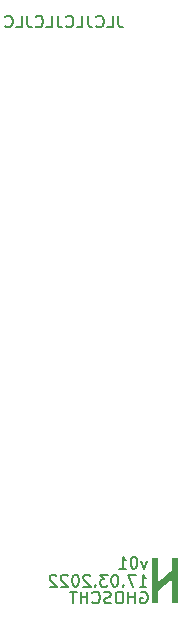
<source format=gbo>
%TF.GenerationSoftware,KiCad,Pcbnew,(6.0.1)*%
%TF.CreationDate,2022-03-17T17:24:26+01:00*%
%TF.ProjectId,Module,4d6f6475-6c65-42e6-9b69-6361645f7063,v01*%
%TF.SameCoordinates,Original*%
%TF.FileFunction,Legend,Bot*%
%TF.FilePolarity,Positive*%
%FSLAX46Y46*%
G04 Gerber Fmt 4.6, Leading zero omitted, Abs format (unit mm)*
G04 Created by KiCad (PCBNEW (6.0.1)) date 2022-03-17 17:24:26*
%MOMM*%
%LPD*%
G01*
G04 APERTURE LIST*
%ADD10C,0.150000*%
%ADD11R,1.950000X1.950000*%
%ADD12C,1.950000*%
G04 APERTURE END LIST*
D10*
X152447047Y-51014380D02*
X152447047Y-51728666D01*
X152494666Y-51871523D01*
X152589904Y-51966761D01*
X152732761Y-52014380D01*
X152828000Y-52014380D01*
X151494666Y-52014380D02*
X151970857Y-52014380D01*
X151970857Y-51014380D01*
X150589904Y-51919142D02*
X150637523Y-51966761D01*
X150780380Y-52014380D01*
X150875619Y-52014380D01*
X151018476Y-51966761D01*
X151113714Y-51871523D01*
X151161333Y-51776285D01*
X151208952Y-51585809D01*
X151208952Y-51442952D01*
X151161333Y-51252476D01*
X151113714Y-51157238D01*
X151018476Y-51062000D01*
X150875619Y-51014380D01*
X150780380Y-51014380D01*
X150637523Y-51062000D01*
X150589904Y-51109619D01*
X149875619Y-51014380D02*
X149875619Y-51728666D01*
X149923238Y-51871523D01*
X150018476Y-51966761D01*
X150161333Y-52014380D01*
X150256571Y-52014380D01*
X148923238Y-52014380D02*
X149399428Y-52014380D01*
X149399428Y-51014380D01*
X148018476Y-51919142D02*
X148066095Y-51966761D01*
X148208952Y-52014380D01*
X148304190Y-52014380D01*
X148447047Y-51966761D01*
X148542285Y-51871523D01*
X148589904Y-51776285D01*
X148637523Y-51585809D01*
X148637523Y-51442952D01*
X148589904Y-51252476D01*
X148542285Y-51157238D01*
X148447047Y-51062000D01*
X148304190Y-51014380D01*
X148208952Y-51014380D01*
X148066095Y-51062000D01*
X148018476Y-51109619D01*
X147304190Y-51014380D02*
X147304190Y-51728666D01*
X147351809Y-51871523D01*
X147447047Y-51966761D01*
X147589904Y-52014380D01*
X147685142Y-52014380D01*
X146351809Y-52014380D02*
X146828000Y-52014380D01*
X146828000Y-51014380D01*
X145447047Y-51919142D02*
X145494666Y-51966761D01*
X145637523Y-52014380D01*
X145732761Y-52014380D01*
X145875619Y-51966761D01*
X145970857Y-51871523D01*
X146018476Y-51776285D01*
X146066095Y-51585809D01*
X146066095Y-51442952D01*
X146018476Y-51252476D01*
X145970857Y-51157238D01*
X145875619Y-51062000D01*
X145732761Y-51014380D01*
X145637523Y-51014380D01*
X145494666Y-51062000D01*
X145447047Y-51109619D01*
X144732761Y-51014380D02*
X144732761Y-51728666D01*
X144780380Y-51871523D01*
X144875619Y-51966761D01*
X145018476Y-52014380D01*
X145113714Y-52014380D01*
X143780380Y-52014380D02*
X144256571Y-52014380D01*
X144256571Y-51014380D01*
X142875619Y-51919142D02*
X142923238Y-51966761D01*
X143066095Y-52014380D01*
X143161333Y-52014380D01*
X143304190Y-51966761D01*
X143399428Y-51871523D01*
X143447047Y-51776285D01*
X143494666Y-51585809D01*
X143494666Y-51442952D01*
X143447047Y-51252476D01*
X143399428Y-51157238D01*
X143304190Y-51062000D01*
X143161333Y-51014380D01*
X143066095Y-51014380D01*
X142923238Y-51062000D01*
X142875619Y-51109619D01*
X154355466Y-99830000D02*
X154450704Y-99782380D01*
X154593561Y-99782380D01*
X154736419Y-99830000D01*
X154831657Y-99925238D01*
X154879276Y-100020476D01*
X154926895Y-100210952D01*
X154926895Y-100353809D01*
X154879276Y-100544285D01*
X154831657Y-100639523D01*
X154736419Y-100734761D01*
X154593561Y-100782380D01*
X154498323Y-100782380D01*
X154355466Y-100734761D01*
X154307847Y-100687142D01*
X154307847Y-100353809D01*
X154498323Y-100353809D01*
X153879276Y-100782380D02*
X153879276Y-99782380D01*
X153879276Y-100258571D02*
X153307847Y-100258571D01*
X153307847Y-100782380D02*
X153307847Y-99782380D01*
X152641180Y-99782380D02*
X152450704Y-99782380D01*
X152355466Y-99830000D01*
X152260228Y-99925238D01*
X152212609Y-100115714D01*
X152212609Y-100449047D01*
X152260228Y-100639523D01*
X152355466Y-100734761D01*
X152450704Y-100782380D01*
X152641180Y-100782380D01*
X152736419Y-100734761D01*
X152831657Y-100639523D01*
X152879276Y-100449047D01*
X152879276Y-100115714D01*
X152831657Y-99925238D01*
X152736419Y-99830000D01*
X152641180Y-99782380D01*
X151831657Y-100734761D02*
X151688800Y-100782380D01*
X151450704Y-100782380D01*
X151355466Y-100734761D01*
X151307847Y-100687142D01*
X151260228Y-100591904D01*
X151260228Y-100496666D01*
X151307847Y-100401428D01*
X151355466Y-100353809D01*
X151450704Y-100306190D01*
X151641180Y-100258571D01*
X151736419Y-100210952D01*
X151784038Y-100163333D01*
X151831657Y-100068095D01*
X151831657Y-99972857D01*
X151784038Y-99877619D01*
X151736419Y-99830000D01*
X151641180Y-99782380D01*
X151403085Y-99782380D01*
X151260228Y-99830000D01*
X150260228Y-100687142D02*
X150307847Y-100734761D01*
X150450704Y-100782380D01*
X150545942Y-100782380D01*
X150688800Y-100734761D01*
X150784038Y-100639523D01*
X150831657Y-100544285D01*
X150879276Y-100353809D01*
X150879276Y-100210952D01*
X150831657Y-100020476D01*
X150784038Y-99925238D01*
X150688800Y-99830000D01*
X150545942Y-99782380D01*
X150450704Y-99782380D01*
X150307847Y-99830000D01*
X150260228Y-99877619D01*
X149831657Y-100782380D02*
X149831657Y-99782380D01*
X149831657Y-100258571D02*
X149260228Y-100258571D01*
X149260228Y-100782380D02*
X149260228Y-99782380D01*
X148926895Y-99782380D02*
X148355466Y-99782380D01*
X148641180Y-100782380D02*
X148641180Y-99782380D01*
X154247409Y-99359980D02*
X154818838Y-99359980D01*
X154533123Y-99359980D02*
X154533123Y-98359980D01*
X154628361Y-98502838D01*
X154723600Y-98598076D01*
X154818838Y-98645695D01*
X153914076Y-98359980D02*
X153247409Y-98359980D01*
X153675980Y-99359980D01*
X152866457Y-99264742D02*
X152818838Y-99312361D01*
X152866457Y-99359980D01*
X152914076Y-99312361D01*
X152866457Y-99264742D01*
X152866457Y-99359980D01*
X152199790Y-98359980D02*
X152104552Y-98359980D01*
X152009314Y-98407600D01*
X151961695Y-98455219D01*
X151914076Y-98550457D01*
X151866457Y-98740933D01*
X151866457Y-98979028D01*
X151914076Y-99169504D01*
X151961695Y-99264742D01*
X152009314Y-99312361D01*
X152104552Y-99359980D01*
X152199790Y-99359980D01*
X152295028Y-99312361D01*
X152342647Y-99264742D01*
X152390266Y-99169504D01*
X152437885Y-98979028D01*
X152437885Y-98740933D01*
X152390266Y-98550457D01*
X152342647Y-98455219D01*
X152295028Y-98407600D01*
X152199790Y-98359980D01*
X151533123Y-98359980D02*
X150914076Y-98359980D01*
X151247409Y-98740933D01*
X151104552Y-98740933D01*
X151009314Y-98788552D01*
X150961695Y-98836171D01*
X150914076Y-98931409D01*
X150914076Y-99169504D01*
X150961695Y-99264742D01*
X151009314Y-99312361D01*
X151104552Y-99359980D01*
X151390266Y-99359980D01*
X151485504Y-99312361D01*
X151533123Y-99264742D01*
X150485504Y-99264742D02*
X150437885Y-99312361D01*
X150485504Y-99359980D01*
X150533123Y-99312361D01*
X150485504Y-99264742D01*
X150485504Y-99359980D01*
X150056933Y-98455219D02*
X150009314Y-98407600D01*
X149914076Y-98359980D01*
X149675980Y-98359980D01*
X149580742Y-98407600D01*
X149533123Y-98455219D01*
X149485504Y-98550457D01*
X149485504Y-98645695D01*
X149533123Y-98788552D01*
X150104552Y-99359980D01*
X149485504Y-99359980D01*
X148866457Y-98359980D02*
X148771219Y-98359980D01*
X148675980Y-98407600D01*
X148628361Y-98455219D01*
X148580742Y-98550457D01*
X148533123Y-98740933D01*
X148533123Y-98979028D01*
X148580742Y-99169504D01*
X148628361Y-99264742D01*
X148675980Y-99312361D01*
X148771219Y-99359980D01*
X148866457Y-99359980D01*
X148961695Y-99312361D01*
X149009314Y-99264742D01*
X149056933Y-99169504D01*
X149104552Y-98979028D01*
X149104552Y-98740933D01*
X149056933Y-98550457D01*
X149009314Y-98455219D01*
X148961695Y-98407600D01*
X148866457Y-98359980D01*
X148152171Y-98455219D02*
X148104552Y-98407600D01*
X148009314Y-98359980D01*
X147771219Y-98359980D01*
X147675980Y-98407600D01*
X147628361Y-98455219D01*
X147580742Y-98550457D01*
X147580742Y-98645695D01*
X147628361Y-98788552D01*
X148199790Y-99359980D01*
X147580742Y-99359980D01*
X147199790Y-98455219D02*
X147152171Y-98407600D01*
X147056933Y-98359980D01*
X146818838Y-98359980D01*
X146723600Y-98407600D01*
X146675980Y-98455219D01*
X146628361Y-98550457D01*
X146628361Y-98645695D01*
X146675980Y-98788552D01*
X147247409Y-99359980D01*
X146628361Y-99359980D01*
X154860476Y-97169314D02*
X154622380Y-97835980D01*
X154384285Y-97169314D01*
X153812857Y-96835980D02*
X153717619Y-96835980D01*
X153622380Y-96883600D01*
X153574761Y-96931219D01*
X153527142Y-97026457D01*
X153479523Y-97216933D01*
X153479523Y-97455028D01*
X153527142Y-97645504D01*
X153574761Y-97740742D01*
X153622380Y-97788361D01*
X153717619Y-97835980D01*
X153812857Y-97835980D01*
X153908095Y-97788361D01*
X153955714Y-97740742D01*
X154003333Y-97645504D01*
X154050952Y-97455028D01*
X154050952Y-97216933D01*
X154003333Y-97026457D01*
X153955714Y-96931219D01*
X153908095Y-96883600D01*
X153812857Y-96835980D01*
X152527142Y-97835980D02*
X153098571Y-97835980D01*
X152812857Y-97835980D02*
X152812857Y-96835980D01*
X152908095Y-96978838D01*
X153003333Y-97074076D01*
X153098571Y-97121695D01*
%TO.C,Ge*%
G36*
X155473366Y-96950933D02*
G01*
X155516494Y-96951089D01*
X155566841Y-96951319D01*
X155614325Y-96951543D01*
X155655675Y-96951767D01*
X155690413Y-96952006D01*
X155719148Y-96952284D01*
X155742487Y-96952622D01*
X155761037Y-96953043D01*
X155775406Y-96953570D01*
X155786201Y-96954225D01*
X155794030Y-96955029D01*
X155799499Y-96956007D01*
X155803217Y-96957179D01*
X155805790Y-96958569D01*
X155807826Y-96960198D01*
X155809654Y-96961704D01*
X155811576Y-96963142D01*
X155813352Y-96964582D01*
X155814989Y-96966315D01*
X155816492Y-96968629D01*
X155817868Y-96971813D01*
X155819121Y-96976157D01*
X155820258Y-96981950D01*
X155821283Y-96989482D01*
X155822204Y-96999041D01*
X155823025Y-97010916D01*
X155823752Y-97025398D01*
X155824390Y-97042775D01*
X155824946Y-97063337D01*
X155825425Y-97087373D01*
X155825833Y-97115172D01*
X155826175Y-97147023D01*
X155826457Y-97183216D01*
X155826685Y-97224040D01*
X155826865Y-97269785D01*
X155827001Y-97320738D01*
X155827100Y-97377191D01*
X155827168Y-97439432D01*
X155827210Y-97507750D01*
X155827231Y-97582435D01*
X155827238Y-97663775D01*
X155827235Y-97752061D01*
X155827230Y-97847581D01*
X155827227Y-97950625D01*
X155827227Y-97965582D01*
X155827246Y-98081506D01*
X155827295Y-98189670D01*
X155827374Y-98290121D01*
X155827483Y-98382907D01*
X155827624Y-98468075D01*
X155827795Y-98545672D01*
X155827997Y-98615744D01*
X155828231Y-98678341D01*
X155828496Y-98733507D01*
X155828793Y-98781292D01*
X155829121Y-98821741D01*
X155829482Y-98854902D01*
X155829875Y-98880823D01*
X155830300Y-98899550D01*
X155830758Y-98911131D01*
X155831249Y-98915613D01*
X155834080Y-98919835D01*
X155845578Y-98928828D01*
X155860473Y-98933609D01*
X155876111Y-98933603D01*
X155889838Y-98928241D01*
X155892571Y-98925985D01*
X155900952Y-98918840D01*
X155914571Y-98907141D01*
X155933070Y-98891197D01*
X155956091Y-98871320D01*
X155983278Y-98847818D01*
X156014273Y-98821003D01*
X156048717Y-98791185D01*
X156086255Y-98758674D01*
X156126527Y-98723780D01*
X156169177Y-98686814D01*
X156213848Y-98648086D01*
X156260181Y-98607906D01*
X156307820Y-98566584D01*
X156356406Y-98524431D01*
X156405583Y-98481758D01*
X156454992Y-98438873D01*
X156504277Y-98396089D01*
X156553080Y-98353714D01*
X156601043Y-98312059D01*
X156647809Y-98271435D01*
X156693020Y-98232151D01*
X156736320Y-98194519D01*
X156777349Y-98158847D01*
X156815752Y-98125447D01*
X156851170Y-98094630D01*
X156883246Y-98066704D01*
X156911623Y-98041980D01*
X156935943Y-98020770D01*
X156955848Y-98003382D01*
X156970981Y-97990127D01*
X156980985Y-97981316D01*
X156985501Y-97977259D01*
X156985811Y-97976960D01*
X156986921Y-97975691D01*
X156987919Y-97973923D01*
X156988812Y-97971251D01*
X156989608Y-97967268D01*
X156990314Y-97961568D01*
X156990940Y-97953744D01*
X156991492Y-97943389D01*
X156991979Y-97930099D01*
X156992408Y-97913465D01*
X156992787Y-97893082D01*
X156993125Y-97868543D01*
X156993429Y-97839443D01*
X156993707Y-97805374D01*
X156993966Y-97765930D01*
X156994215Y-97720706D01*
X156994462Y-97669293D01*
X156994715Y-97611287D01*
X156994980Y-97546281D01*
X156995268Y-97473869D01*
X156997221Y-96977926D01*
X157009990Y-96965156D01*
X157022760Y-96952386D01*
X157257273Y-96951319D01*
X157268422Y-96951268D01*
X157317465Y-96951051D01*
X157359408Y-96950915D01*
X157394841Y-96950909D01*
X157424355Y-96951084D01*
X157448539Y-96951488D01*
X157467985Y-96952170D01*
X157483283Y-96953179D01*
X157495022Y-96954566D01*
X157503794Y-96956379D01*
X157510188Y-96958667D01*
X157514794Y-96961480D01*
X157518203Y-96964867D01*
X157521006Y-96968878D01*
X157523792Y-96973560D01*
X157524059Y-96974089D01*
X157524560Y-96975602D01*
X157525034Y-96977925D01*
X157525482Y-96981262D01*
X157525905Y-96985821D01*
X157526303Y-96991808D01*
X157526678Y-96999427D01*
X157527029Y-97008886D01*
X157527358Y-97020390D01*
X157527666Y-97034146D01*
X157527952Y-97050358D01*
X157528218Y-97069234D01*
X157528465Y-97090979D01*
X157528694Y-97115800D01*
X157528904Y-97143901D01*
X157529097Y-97175490D01*
X157529273Y-97210772D01*
X157529434Y-97249953D01*
X157529579Y-97293239D01*
X157529711Y-97340837D01*
X157529828Y-97392951D01*
X157529933Y-97449789D01*
X157530026Y-97511556D01*
X157530107Y-97578458D01*
X157530178Y-97650701D01*
X157530238Y-97728491D01*
X157530290Y-97812034D01*
X157530332Y-97901536D01*
X157530367Y-97997203D01*
X157530396Y-98099242D01*
X157530417Y-98207857D01*
X157530433Y-98323256D01*
X157530445Y-98445643D01*
X157530452Y-98575226D01*
X157530456Y-98712209D01*
X157530457Y-98856800D01*
X157530456Y-98921893D01*
X157530454Y-99063104D01*
X157530449Y-99196799D01*
X157530440Y-99323184D01*
X157530426Y-99442465D01*
X157530408Y-99554849D01*
X157530383Y-99660540D01*
X157530352Y-99759744D01*
X157530313Y-99852669D01*
X157530266Y-99939519D01*
X157530210Y-100020500D01*
X157530145Y-100095819D01*
X157530069Y-100165681D01*
X157529983Y-100230292D01*
X157529884Y-100289858D01*
X157529774Y-100344584D01*
X157529650Y-100394678D01*
X157529512Y-100440344D01*
X157529359Y-100481789D01*
X157529191Y-100519219D01*
X157529007Y-100552838D01*
X157528806Y-100582854D01*
X157528588Y-100609473D01*
X157528351Y-100632899D01*
X157528095Y-100653339D01*
X157527820Y-100670999D01*
X157527524Y-100686085D01*
X157527207Y-100698803D01*
X157526868Y-100709358D01*
X157526506Y-100717956D01*
X157526121Y-100724804D01*
X157525712Y-100730107D01*
X157525279Y-100734071D01*
X157524819Y-100736903D01*
X157524334Y-100738807D01*
X157523821Y-100739990D01*
X157515894Y-100749422D01*
X157505265Y-100757154D01*
X157503920Y-100757745D01*
X157499931Y-100758902D01*
X157494043Y-100759871D01*
X157485666Y-100760666D01*
X157474209Y-100761297D01*
X157459078Y-100761777D01*
X157439684Y-100762118D01*
X157415434Y-100762331D01*
X157385738Y-100762429D01*
X157350003Y-100762423D01*
X157307638Y-100762326D01*
X157258052Y-100762150D01*
X157022760Y-100761214D01*
X157009990Y-100748443D01*
X156997221Y-100735672D01*
X156995268Y-99763345D01*
X156993314Y-98791018D01*
X156983900Y-98780997D01*
X156971756Y-98772270D01*
X156956418Y-98767987D01*
X156941690Y-98769672D01*
X156941548Y-98769735D01*
X156936710Y-98773166D01*
X156926333Y-98781332D01*
X156910778Y-98793928D01*
X156890403Y-98810649D01*
X156865570Y-98831191D01*
X156836638Y-98855247D01*
X156803966Y-98882513D01*
X156767916Y-98912684D01*
X156728847Y-98945455D01*
X156687120Y-98980520D01*
X156643093Y-99017575D01*
X156597128Y-99056315D01*
X156549584Y-99096435D01*
X156500821Y-99137629D01*
X156451199Y-99179593D01*
X156401079Y-99222021D01*
X156350820Y-99264608D01*
X156300782Y-99307050D01*
X156251325Y-99349041D01*
X156202810Y-99390277D01*
X156155596Y-99430451D01*
X156110044Y-99469260D01*
X156066512Y-99506398D01*
X156025362Y-99541560D01*
X155986954Y-99574442D01*
X155951647Y-99604737D01*
X155919801Y-99632141D01*
X155891776Y-99656349D01*
X155867934Y-99677056D01*
X155848632Y-99693957D01*
X155834232Y-99706746D01*
X155825093Y-99715119D01*
X155821576Y-99718771D01*
X155821329Y-99719314D01*
X155820463Y-99722064D01*
X155819687Y-99726252D01*
X155818994Y-99732277D01*
X155818382Y-99740537D01*
X155817843Y-99751430D01*
X155817375Y-99765355D01*
X155816973Y-99782711D01*
X155816631Y-99803895D01*
X155816345Y-99829306D01*
X155816110Y-99859342D01*
X155815922Y-99894403D01*
X155815776Y-99934886D01*
X155815667Y-99981190D01*
X155815590Y-100033713D01*
X155815541Y-100092854D01*
X155815515Y-100159011D01*
X155815507Y-100232582D01*
X155815506Y-100262196D01*
X155815493Y-100332715D01*
X155815460Y-100395971D01*
X155815403Y-100452362D01*
X155815317Y-100502283D01*
X155815197Y-100546130D01*
X155815039Y-100584301D01*
X155814837Y-100617190D01*
X155814588Y-100645194D01*
X155814286Y-100668710D01*
X155813927Y-100688134D01*
X155813506Y-100703861D01*
X155813018Y-100716288D01*
X155812459Y-100725811D01*
X155811823Y-100732826D01*
X155811106Y-100737730D01*
X155810304Y-100740918D01*
X155809411Y-100742787D01*
X155807356Y-100745709D01*
X155804399Y-100749480D01*
X155800977Y-100752665D01*
X155796476Y-100755313D01*
X155790286Y-100757474D01*
X155781793Y-100759197D01*
X155770385Y-100760532D01*
X155755450Y-100761528D01*
X155736376Y-100762235D01*
X155712551Y-100762703D01*
X155683361Y-100762980D01*
X155648196Y-100763117D01*
X155606442Y-100763163D01*
X155557487Y-100763167D01*
X155516899Y-100763165D01*
X155473442Y-100763130D01*
X155436702Y-100763005D01*
X155406072Y-100762736D01*
X155380947Y-100762268D01*
X155360722Y-100761547D01*
X155344790Y-100760516D01*
X155332545Y-100759122D01*
X155323383Y-100757309D01*
X155316698Y-100755022D01*
X155311883Y-100752207D01*
X155308334Y-100748808D01*
X155305445Y-100744770D01*
X155302609Y-100740039D01*
X155302342Y-100739510D01*
X155301841Y-100737997D01*
X155301367Y-100735674D01*
X155300919Y-100732337D01*
X155300496Y-100727778D01*
X155300098Y-100721791D01*
X155299723Y-100714172D01*
X155299372Y-100704713D01*
X155299043Y-100693209D01*
X155298735Y-100679453D01*
X155298449Y-100663241D01*
X155298182Y-100644365D01*
X155297936Y-100622620D01*
X155297707Y-100597799D01*
X155297497Y-100569698D01*
X155297304Y-100538109D01*
X155297128Y-100502827D01*
X155296967Y-100463646D01*
X155296821Y-100420360D01*
X155296690Y-100372762D01*
X155296573Y-100320648D01*
X155296468Y-100263810D01*
X155296375Y-100202043D01*
X155296294Y-100135142D01*
X155296223Y-100062899D01*
X155296163Y-99985108D01*
X155296111Y-99901565D01*
X155296069Y-99812063D01*
X155296033Y-99716396D01*
X155296005Y-99614357D01*
X155295984Y-99505742D01*
X155295968Y-99390343D01*
X155295956Y-99267956D01*
X155295949Y-99138373D01*
X155295945Y-99001390D01*
X155295944Y-98856800D01*
X155295945Y-98781703D01*
X155295947Y-98641038D01*
X155295952Y-98507875D01*
X155295961Y-98382007D01*
X155295975Y-98263229D01*
X155295994Y-98151334D01*
X155296019Y-98046116D01*
X155296050Y-97947370D01*
X155296089Y-97854890D01*
X155296137Y-97768468D01*
X155296193Y-97687901D01*
X155296258Y-97612980D01*
X155296334Y-97543502D01*
X155296421Y-97479258D01*
X155296520Y-97420044D01*
X155296631Y-97365654D01*
X155296756Y-97315881D01*
X155296894Y-97270520D01*
X155297048Y-97229364D01*
X155297216Y-97192208D01*
X155297401Y-97158846D01*
X155297603Y-97129071D01*
X155297822Y-97102677D01*
X155298060Y-97079459D01*
X155298317Y-97059211D01*
X155298593Y-97041726D01*
X155298890Y-97026799D01*
X155299209Y-97014224D01*
X155299549Y-97003794D01*
X155299912Y-96995304D01*
X155300299Y-96988547D01*
X155300710Y-96983319D01*
X155301145Y-96979412D01*
X155301606Y-96976620D01*
X155302094Y-96974738D01*
X155302609Y-96973560D01*
X155303003Y-96972891D01*
X155305773Y-96968282D01*
X155308642Y-96964344D01*
X155312205Y-96961029D01*
X155317054Y-96958285D01*
X155323784Y-96956063D01*
X155332987Y-96954313D01*
X155345256Y-96952986D01*
X155361185Y-96952031D01*
X155381367Y-96951398D01*
X155406396Y-96951037D01*
X155436864Y-96950899D01*
X155473366Y-96950933D01*
G37*
%TD*%
%LPC*%
D11*
%TO.C,J1*%
X142494000Y-94742000D03*
D12*
X147574000Y-94742000D03*
X152654000Y-94742000D03*
%TD*%
D11*
%TO.C,J2*%
X155194000Y-57404000D03*
D12*
X150114000Y-57404000D03*
X145034000Y-57404000D03*
X139954000Y-57404000D03*
%TD*%
D11*
%TO.C,J3*%
X150114000Y-84074000D03*
D12*
X145034000Y-84074000D03*
%TD*%
M02*

</source>
